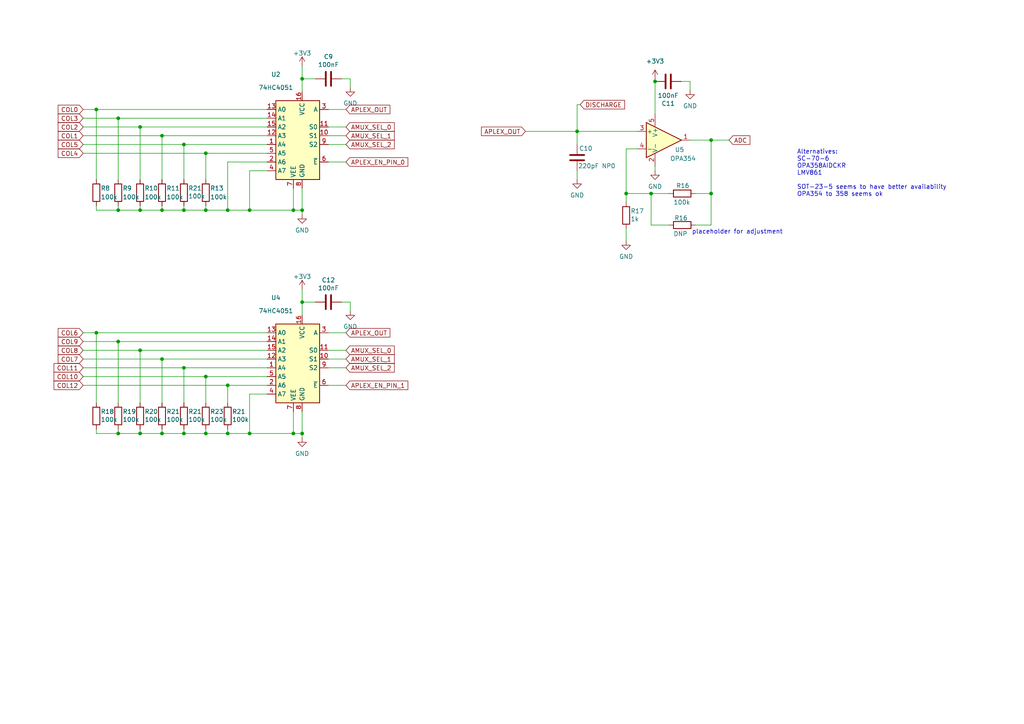
<source format=kicad_sch>
(kicad_sch (version 20230121) (generator eeschema)
  (paper "A4")
  (lib_symbols
    (symbol "74xx:74HC4051"
      (property "Reference" "U" (at -5.08 11.43 0))
      (property "Value" "74HC4051" (at -7.62 -13.97 0))
      (symbol "74HC4051_0_1"
        (rectangle (start -5.08 10.16) (end 7.62 -12.7) (stroke (width 0.254)) (fill (type background)))
      )
      (symbol "74HC4051_1_1"
        (pin passive line (at 10.16 -2.54 180) (length 2.54) (name "A4") (number "1"))
        (pin input line (at -7.62 0 0) (length 2.54) (name "S1") (number "10"))
        (pin input line (at -7.62 2.54 0) (length 2.54) (name "S0") (number "11"))
        (pin passive line (at 10.16 0 180) (length 2.54) (name "A3") (number "12"))
        (pin passive line (at 10.16 7.62 180) (length 2.54) (name "A0") (number "13"))
        (pin passive line (at 10.16 5.08 180) (length 2.54) (name "A1") (number "14"))
        (pin passive line (at 10.16 2.54 180) (length 2.54) (name "A2") (number "15"))
        (pin power_in line (at 0 12.7 270) (length 2.54) (name "VCC") (number "16"))
        (pin passive line (at 10.16 -7.62 180) (length 2.54) (name "A6") (number "2"))
        (pin passive line (at -7.62 7.62 0) (length 2.54) (name "A") (number "3"))
        (pin passive line (at 10.16 -10.16 180) (length 2.54) (name "A7") (number "4"))
        (pin passive line (at 10.16 -5.08 180) (length 2.54) (name "A5") (number "5"))
        (pin input line (at -7.62 -7.62 0) (length 2.54) (name "~{E}") (number "6"))
        (pin power_in line (at 2.54 -15.24 90) (length 2.54) (name "VEE") (number "7"))
        (pin power_in line (at 0 -15.24 90) (length 2.54) (name "GND") (number "8"))
        (pin input line (at -7.62 -2.54 0) (length 2.54) (name "S2") (number "9"))
      )
    )
    (symbol "Amplifier_Operational:OPA340NA" (pin_names (offset 0.127))
      (property "Reference" "U" (at -1.27 6.35 0))
      (property "Value" "OPA340NA" (at -1.27 3.81 0))
      (symbol "OPA340NA_0_1"
        (polyline (pts (xy -5.08 5.08) (xy 5.08 0) (xy -5.08 -5.08) (xy -5.08 5.08)) (stroke (width 0.254)) (fill (type background)))
        (pin power_in line (at -2.54 -7.62 90) (length 3.81) (name "V-") (number "2"))
        (pin power_in line (at -2.54 7.62 270) (length 3.81) (name "V+") (number "5"))
      )
      (symbol "OPA340NA_1_1"
        (pin output line (at 7.62 0 180) (length 2.54) (name "~") (number "1"))
        (pin input line (at -7.62 2.54 0) (length 2.54) (name "+") (number "3"))
        (pin input line (at -7.62 -2.54 0) (length 2.54) (name "-") (number "4"))
      )
    )
    (symbol "Device:C" (pin_numbers hide) (pin_names (offset 0.254))
      (property "Reference" "C" (at 0.635 2.54 0))
      (property "Value" "C" (at 0.635 -2.54 0))
      (symbol "C_0_1"
        (polyline (pts (xy -2.032 -0.762) (xy 2.032 -0.762)) (stroke (width 0.508)))
        (polyline (pts (xy -2.032 0.762) (xy 2.032 0.762)) (stroke (width 0.508)))
      )
      (symbol "C_1_1"
        (pin passive line (at 0 3.81 270) (length 2.794) (name "~") (number "1"))
        (pin passive line (at 0 -3.81 90) (length 2.794) (name "~") (number "2"))
      )
    )
    (symbol "Device:R" (pin_numbers hide) (pin_names (offset 0))
      (property "Reference" "R" (at 2.032 0 90))
      (property "Value" "R" (at 0 0 90))
      (symbol "R_0_1"
        (rectangle (start -1.016 -2.54) (end 1.016 2.54) (stroke (width 0.254)))
      )
      (symbol "R_1_1"
        (pin passive line (at 0 3.81 270) (length 1.27) (name "~") (number "1"))
        (pin passive line (at 0 -3.81 90) (length 1.27) (name "~") (number "2"))
      )
    )
    (symbol "power:+3.3V" (power) (pin_names (offset 0))
      (property "Value" "+3.3V" (at 0 3.556 0))
      (symbol "+3.3V_0_1"
        (polyline (pts (xy -0.762 1.27) (xy 0 2.54)))
        (polyline (pts (xy 0 0) (xy 0 2.54)))
        (polyline (pts (xy 0 2.54) (xy 0.762 1.27)))
      )
      (symbol "+3.3V_1_1"
        (pin power_in line (at 0 0 90) (length 0) hide (name "+3V3") (number "1"))
      )
    )
    (symbol "power:GND" (power) (pin_names (offset 0))
      (property "Value" "GND" (at 0 -3.81 0))
      (symbol "GND_0_1"
        (polyline (pts (xy 0 0) (xy 0 -1.27) (xy 1.27 -1.27) (xy 0 -2.54) (xy -1.27 -1.27) (xy 0 -1.27)))
      )
      (symbol "GND_1_1"
        (pin power_in line (at 0 0 270) (length 0) hide (name "GND") (number "1"))
      )
    )
  )
  (junction (at 53.34 106.68))
  (junction (at 85.09 60.96))
  (junction (at 34.29 60.96))
  (junction (at 59.69 44.45))
  (junction (at 189.992 23.622))
  (junction (at 72.39 125.73))
  (junction (at 40.64 101.6))
  (junction (at 53.34 41.91))
  (junction (at 66.04 60.96))
  (junction (at 46.99 39.37))
  (junction (at 59.69 125.73))
  (junction (at 53.34 125.73))
  (junction (at 46.99 104.14))
  (junction (at 59.69 109.22))
  (junction (at 53.34 60.96))
  (junction (at 40.64 125.73))
  (junction (at 206.248 56.134))
  (junction (at 87.63 87.63))
  (junction (at 167.386 38.1))
  (junction (at 188.849 56.134))
  (junction (at 66.04 111.76))
  (junction (at 87.63 125.73))
  (junction (at 85.09 125.73))
  (junction (at 34.29 99.06))
  (junction (at 40.64 36.83))
  (junction (at 27.94 31.75))
  (junction (at 27.94 96.52))
  (junction (at 46.99 125.73))
  (junction (at 40.64 60.96))
  (junction (at 34.29 125.73))
  (junction (at 72.39 60.96))
  (junction (at 59.69 60.96))
  (junction (at 206.248 40.64))
  (junction (at 66.04 125.73))
  (junction (at 34.29 34.29))
  (junction (at 181.61 56.134))
  (junction (at 87.63 22.86))
  (junction (at 87.63 60.96))
  (junction (at 46.99 60.96))
  (wire (pts (xy 189.992 48.26) (xy 189.992 49.53)))
  (wire (pts (xy 72.39 125.73) (xy 85.09 125.73)))
  (wire (pts (xy 77.47 39.37) (xy 46.99 39.37)))
  (wire (pts (xy 206.248 40.64) (xy 200.152 40.64)))
  (wire (pts (xy 27.94 124.46) (xy 27.94 125.73)))
  (wire (pts (xy 77.47 104.14) (xy 46.99 104.14)))
  (wire (pts (xy 77.47 114.3) (xy 72.39 114.3)))
  (wire (pts (xy 206.248 65.278) (xy 206.248 56.134)))
  (wire (pts (xy 167.386 30.353) (xy 167.386 38.1)))
  (wire (pts (xy 66.04 46.99) (xy 77.47 46.99)))
  (wire (pts (xy 87.63 119.38) (xy 87.63 125.73)))
  (wire (pts (xy 87.63 127) (xy 87.63 125.73)))
  (wire (pts (xy 53.34 106.68) (xy 53.34 116.84)))
  (wire (pts (xy 77.47 109.22) (xy 59.69 109.22)))
  (wire (pts (xy 72.39 60.96) (xy 85.09 60.96)))
  (wire (pts (xy 59.69 60.96) (xy 66.04 60.96)))
  (wire (pts (xy 40.64 52.07) (xy 40.64 36.83)))
  (wire (pts (xy 59.69 52.07) (xy 59.69 44.45)))
  (wire (pts (xy 59.69 44.45) (xy 24.13 44.45)))
  (wire (pts (xy 66.04 111.76) (xy 66.04 116.84)))
  (wire (pts (xy 91.44 87.63) (xy 87.63 87.63)))
  (wire (pts (xy 34.29 34.29) (xy 24.13 34.29)))
  (wire (pts (xy 167.386 30.353) (xy 168.275 30.353)))
  (wire (pts (xy 77.47 36.83) (xy 40.64 36.83)))
  (wire (pts (xy 188.849 65.278) (xy 194.056 65.278)))
  (wire (pts (xy 181.61 56.134) (xy 188.849 56.134)))
  (wire (pts (xy 95.25 39.37) (xy 100.33 39.37)))
  (wire (pts (xy 40.64 116.84) (xy 40.64 101.6)))
  (wire (pts (xy 188.849 56.134) (xy 194.056 56.134)))
  (wire (pts (xy 24.13 96.52) (xy 27.94 96.52)))
  (wire (pts (xy 34.29 124.46) (xy 34.29 125.73)))
  (wire (pts (xy 201.676 65.278) (xy 206.248 65.278)))
  (wire (pts (xy 53.34 41.91) (xy 53.34 52.07)))
  (wire (pts (xy 40.64 59.69) (xy 40.64 60.96)))
  (wire (pts (xy 27.94 59.69) (xy 27.94 60.96)))
  (wire (pts (xy 66.04 46.99) (xy 66.04 60.96)))
  (wire (pts (xy 27.94 52.07) (xy 27.94 31.75)))
  (wire (pts (xy 85.09 54.61) (xy 85.09 60.96)))
  (wire (pts (xy 99.06 22.86) (xy 101.6 22.86)))
  (wire (pts (xy 27.94 31.75) (xy 77.47 31.75)))
  (wire (pts (xy 24.13 41.91) (xy 53.34 41.91)))
  (wire (pts (xy 34.29 60.96) (xy 40.64 60.96)))
  (wire (pts (xy 91.44 22.86) (xy 87.63 22.86)))
  (wire (pts (xy 206.248 40.64) (xy 211.455 40.64)))
  (wire (pts (xy 100.33 46.99) (xy 95.25 46.99)))
  (wire (pts (xy 40.64 60.96) (xy 46.99 60.96)))
  (wire (pts (xy 72.39 114.3) (xy 72.39 125.73)))
  (wire (pts (xy 100.33 31.75) (xy 95.25 31.75)))
  (wire (pts (xy 77.47 41.91) (xy 53.34 41.91)))
  (wire (pts (xy 77.47 106.68) (xy 53.34 106.68)))
  (wire (pts (xy 46.99 39.37) (xy 46.99 52.07)))
  (wire (pts (xy 34.29 99.06) (xy 24.13 99.06)))
  (wire (pts (xy 59.69 59.69) (xy 59.69 60.96)))
  (wire (pts (xy 59.69 116.84) (xy 59.69 109.22)))
  (wire (pts (xy 197.612 23.622) (xy 200.152 23.622)))
  (wire (pts (xy 77.47 101.6) (xy 40.64 101.6)))
  (wire (pts (xy 85.09 60.96) (xy 87.63 60.96)))
  (wire (pts (xy 46.99 39.37) (xy 24.13 39.37)))
  (wire (pts (xy 87.63 54.61) (xy 87.63 60.96)))
  (wire (pts (xy 181.61 56.134) (xy 181.61 58.674)))
  (wire (pts (xy 53.34 60.96) (xy 59.69 60.96)))
  (wire (pts (xy 46.99 124.46) (xy 46.99 125.73)))
  (wire (pts (xy 95.25 36.83) (xy 100.33 36.83)))
  (wire (pts (xy 87.63 62.23) (xy 87.63 60.96)))
  (wire (pts (xy 95.25 41.91) (xy 100.33 41.91)))
  (wire (pts (xy 85.09 119.38) (xy 85.09 125.73)))
  (wire (pts (xy 59.69 109.22) (xy 24.13 109.22)))
  (wire (pts (xy 40.64 125.73) (xy 46.99 125.73)))
  (wire (pts (xy 95.25 104.14) (xy 100.33 104.14)))
  (wire (pts (xy 53.34 124.46) (xy 53.34 125.73)))
  (wire (pts (xy 167.386 49.53) (xy 167.386 52.07)))
  (wire (pts (xy 87.63 83.82) (xy 87.63 87.63)))
  (wire (pts (xy 77.47 34.29) (xy 34.29 34.29)))
  (wire (pts (xy 27.94 116.84) (xy 27.94 96.52)))
  (wire (pts (xy 181.61 66.294) (xy 181.61 69.85)))
  (wire (pts (xy 40.64 124.46) (xy 40.64 125.73)))
  (wire (pts (xy 206.248 40.64) (xy 206.248 56.134)))
  (wire (pts (xy 27.94 60.96) (xy 34.29 60.96)))
  (wire (pts (xy 167.386 38.1) (xy 184.912 38.1)))
  (wire (pts (xy 59.69 124.46) (xy 59.69 125.73)))
  (wire (pts (xy 46.99 104.14) (xy 46.99 116.84)))
  (wire (pts (xy 24.13 111.76) (xy 66.04 111.76)))
  (wire (pts (xy 95.25 106.68) (xy 100.33 106.68)))
  (wire (pts (xy 181.61 43.18) (xy 181.61 56.134)))
  (wire (pts (xy 87.63 87.63) (xy 87.63 91.44)))
  (wire (pts (xy 99.06 87.63) (xy 101.6 87.63)))
  (wire (pts (xy 27.94 96.52) (xy 77.47 96.52)))
  (wire (pts (xy 66.04 124.46) (xy 66.04 125.73)))
  (wire (pts (xy 40.64 101.6) (xy 24.13 101.6)))
  (wire (pts (xy 189.992 23.622) (xy 189.992 33.02)))
  (wire (pts (xy 101.6 22.86) (xy 101.6 25.4)))
  (wire (pts (xy 200.152 23.622) (xy 200.152 26.162)))
  (wire (pts (xy 77.47 99.06) (xy 34.29 99.06)))
  (wire (pts (xy 53.34 59.69) (xy 53.34 60.96)))
  (wire (pts (xy 87.63 22.86) (xy 87.63 26.67)))
  (wire (pts (xy 34.29 116.84) (xy 34.29 99.06)))
  (wire (pts (xy 189.992 22.86) (xy 189.992 23.622)))
  (wire (pts (xy 77.47 49.53) (xy 72.39 49.53)))
  (wire (pts (xy 46.99 125.73) (xy 53.34 125.73)))
  (wire (pts (xy 167.386 38.1) (xy 167.386 41.91)))
  (wire (pts (xy 100.33 111.76) (xy 95.25 111.76)))
  (wire (pts (xy 34.29 59.69) (xy 34.29 60.96)))
  (wire (pts (xy 201.676 56.134) (xy 206.248 56.134)))
  (wire (pts (xy 66.04 60.96) (xy 72.39 60.96)))
  (wire (pts (xy 24.13 106.68) (xy 53.34 106.68)))
  (wire (pts (xy 181.61 43.18) (xy 184.912 43.18)))
  (wire (pts (xy 24.13 31.75) (xy 27.94 31.75)))
  (wire (pts (xy 66.04 111.76) (xy 77.47 111.76)))
  (wire (pts (xy 95.25 101.6) (xy 100.33 101.6)))
  (wire (pts (xy 188.849 65.278) (xy 188.849 56.134)))
  (wire (pts (xy 85.09 125.73) (xy 87.63 125.73)))
  (wire (pts (xy 46.99 59.69) (xy 46.99 60.96)))
  (wire (pts (xy 59.69 125.73) (xy 66.04 125.73)))
  (wire (pts (xy 34.29 125.73) (xy 40.64 125.73)))
  (wire (pts (xy 53.34 125.73) (xy 59.69 125.73)))
  (wire (pts (xy 87.63 19.05) (xy 87.63 22.86)))
  (wire (pts (xy 101.6 87.63) (xy 101.6 90.17)))
  (wire (pts (xy 34.29 52.07) (xy 34.29 34.29)))
  (wire (pts (xy 66.04 125.73) (xy 72.39 125.73)))
  (wire (pts (xy 77.47 44.45) (xy 59.69 44.45)))
  (wire (pts (xy 46.99 104.14) (xy 24.13 104.14)))
  (wire (pts (xy 72.39 49.53) (xy 72.39 60.96)))
  (wire (pts (xy 152.4 38.1) (xy 167.386 38.1)))
  (wire (pts (xy 46.99 60.96) (xy 53.34 60.96)))
  (wire (pts (xy 40.64 36.83) (xy 24.13 36.83)))
  (wire (pts (xy 100.33 96.52) (xy 95.25 96.52)))
  (wire (pts (xy 27.94 125.73) (xy 34.29 125.73)))
  (text "Alternatives:\nSC-70-6  \nOPA358AIDCKR\nLMV861\n\nSOT-23-5 seems to have better availability\nOPA354 to 358 seems ok\n" (at 231.14 57.15 0) (effects (font (size 1.27 1.27)) (justify left bottom)))
  (text "placeholder for adjustment" (at 200.66 68.072 0) (effects (font (size 1.27 1.27)) (justify left bottom)))
  (global_label "APLEX_OUT" (shape input) (at 152.4 38.1 180) (property "Intersheetrefs" "${INTERSHEET_REFS}" (effects hide)))
  (global_label "COL3" (shape input) (at 24.13 34.29 180) (property "Intersheetrefs" "${INTERSHEET_REFS}" (effects hide)))
  (global_label "COL9" (shape input) (at 24.13 99.06 180) (property "Intersheetrefs" "${INTERSHEET_REFS}" (effects hide)))
  (global_label "AMUX_SEL_1" (shape input) (at 100.33 39.37 0) (property "Intersheetrefs" "${INTERSHEET_REFS}" (effects hide)))
  (global_label "COL5" (shape input) (at 24.13 41.91 180) (property "Intersheetrefs" "${INTERSHEET_REFS}" (effects hide)))
  (global_label "COL10" (shape input) (at 24.13 109.22 180) (property "Intersheetrefs" "${INTERSHEET_REFS}" (effects hide)))
  (global_label "AMUX_SEL_0" (shape input) (at 100.33 36.83 0) (property "Intersheetrefs" "${INTERSHEET_REFS}" (effects hide)))
  (global_label "APLEX_OUT" (shape input) (at 100.33 31.75 0) (property "Intersheetrefs" "${INTERSHEET_REFS}" (effects hide)))
  (global_label "APLEX_EN_PIN_1" (shape input) (at 100.33 111.76 0) (property "Intersheetrefs" "${INTERSHEET_REFS}" (effects hide)))
  (global_label "COL8" (shape input) (at 24.13 101.6 180) (property "Intersheetrefs" "${INTERSHEET_REFS}" (effects hide)))
  (global_label "AMUX_SEL_1" (shape input) (at 100.33 104.14 0) (property "Intersheetrefs" "${INTERSHEET_REFS}" (effects hide)))
  (global_label "COL4" (shape input) (at 24.13 44.45 180) (property "Intersheetrefs" "${INTERSHEET_REFS}" (effects hide)))
  (global_label "COL1" (shape input) (at 24.13 39.37 180) (property "Intersheetrefs" "${INTERSHEET_REFS}" (effects hide)))
  (global_label "AMUX_SEL_0" (shape input) (at 100.33 101.6 0) (property "Intersheetrefs" "${INTERSHEET_REFS}" (effects hide)))
  (global_label "AMUX_SEL_2" (shape input) (at 100.33 106.68 0) (property "Intersheetrefs" "${INTERSHEET_REFS}" (effects hide)))
  (global_label "APLEX_EN_PIN_0" (shape input) (at 100.33 46.99 0) (property "Intersheetrefs" "${INTERSHEET_REFS}" (effects hide)))
  (global_label "COL7" (shape input) (at 24.13 104.14 180) (property "Intersheetrefs" "${INTERSHEET_REFS}" (effects hide)))
  (global_label "COL12" (shape input) (at 24.13 111.76 180) (property "Intersheetrefs" "${INTERSHEET_REFS}" (effects hide)))
  (global_label "COL0" (shape input) (at 24.13 31.75 180) (property "Intersheetrefs" "${INTERSHEET_REFS}" (effects hide)))
  (global_label "DISCHARGE" (shape input) (at 168.275 30.353 0) (property "Intersheetrefs" "${INTERSHEET_REFS}" (effects hide)))
  (global_label "COL11" (shape input) (at 24.13 106.68 180) (property "Intersheetrefs" "${INTERSHEET_REFS}" (effects hide)))
  (global_label "ADC" (shape input) (at 211.455 40.64 0) (property "Intersheetrefs" "${INTERSHEET_REFS}" (effects hide)))
  (global_label "COL2" (shape input) (at 24.13 36.83 180) (property "Intersheetrefs" "${INTERSHEET_REFS}" (effects hide)))
  (global_label "AMUX_SEL_2" (shape input) (at 100.33 41.91 0) (property "Intersheetrefs" "${INTERSHEET_REFS}" (effects hide)))
  (global_label "APLEX_OUT" (shape input) (at 100.33 96.52 0) (property "Intersheetrefs" "${INTERSHEET_REFS}" (effects hide)))
  (global_label "COL6" (shape input) (at 24.13 96.52 180) (property "Intersheetrefs" "${INTERSHEET_REFS}" (effects hide)))
  (symbol (lib_id "power:GND") (at 101.6 90.17 0) (unit 1)
    (property "Reference" "#PWR040" (effects hide))
    (property "Value" "GND" (at 101.6 94.7325 0))
    (instances (project "analog" (path "" (reference "#PWR040") (unit 1))) (project "pandemonium EC 2 Layer" (path "" (reference "#PWR042") (unit 1))) (project "ampersand" (path "" (reference "#PWR027") (unit 1))))
  )
  (symbol (lib_id "Device:R") (at 40.64 120.65 0) (unit 1)
    (property "Reference" "R20" (at 41.91 119.38 0) (effects (justify left)))
    (property "Value" "100k" (at 41.91 121.6914 0) (effects (justify left)))
    (property "Footprint" "Resistor_SMD:R_0402_1005Metric" (effects hide))
    (property "LCSC" "C25741" (effects hide))
    (instances (project "analog" (path "" (reference "R20") (unit 1))) (project "pandemonium EC 2 Layer" (path "" (reference "R26") (unit 1))) (project "ampersand" (path "" (reference "R16") (unit 1))))
  )
  (symbol (lib_id "Device:R") (at 66.04 120.65 0) (unit 1)
    (property "Reference" "R21" (at 67.31 119.38 0) (effects (justify left)))
    (property "Value" "100k" (at 67.31 121.6914 0) (effects (justify left)))
    (property "Footprint" "Resistor_SMD:R_0402_1005Metric" (effects hide))
    (property "LCSC" "C25741" (effects hide))
    (instances (project "analog" (path "" (reference "R21") (unit 1))) (project "pandemonium EC 2 Layer" (path "" (reference "R27") (unit 1))) (project "ampersand" (path "" (reference "R20") (unit 1))))
  )
  (symbol (lib_id "power:GND") (at 181.61 69.85 0) (unit 1)
    (property "Reference" "#PWR041" (effects hide))
    (property "Value" "GND" (at 181.61 74.4125 0))
    (instances (project "analog" (path "" (reference "#PWR041") (unit 1))) (project "capybully" (path "" (reference "#PWR023") (unit 1))) (project "le_capybara" (path "" (reference "#PWR032") (unit 1))) (project "pandemonium EC 2 Layer" (path "" (reference "#PWR037") (unit 1))) (project "EC60-Rev_1_1" (path "" (reference "#PWR041") (unit 1))) (project "ampersand" (path "" (reference "#PWR025") (unit 1))))
  )
  (symbol (lib_id "74xx:74HC4051") (at 87.63 104.14 0) (mirror y) (unit 1)
    (property "Reference" "U4" (at 80.01 86.36 0))
    (property "Value" "74HC4051" (at 80.01 90.17 0))
    (property "Footprint" "cipulot_parts:TSSOP16" (effects hide))
    (property "Datasheet" "http://www.ti.com/lit/ds/symlink/cd74hc4051.pdf" (effects hide))
    (property "LCSC" "C5645" (effects hide))
    (instances (project "analog" (path "" (reference "U4") (unit 1))) (project "pandemonium EC 2 Layer" (path "" (reference "U7") (unit 1))) (project "ampersand" (path "" (reference "U5") (unit 1))))
  )
  (symbol (lib_id "power:+3.3V") (at 189.992 22.86 0) (unit 1)
    (property "Reference" "#PWR042" (effects hide))
    (property "Value" "+3.3V" (at 189.992 17.78 0))
    (instances (project "analog" (path "" (reference "#PWR042") (unit 1))) (project "capybully" (path "" (reference "#PWR017") (unit 1))) (project "le_capybara" (path "" (reference "#PWR033") (unit 1))) (project "pandemonium EC 2 Layer" (path "" (reference "#PWR01") (unit 1))) (project "EC60-Rev_1_1" (path "" (reference "#PWR042") (unit 1))) (project "ampersand" (path "" (reference "#PWR019") (unit 1))))
  )
  (symbol (lib_id "power:GND") (at 200.152 26.162 0) (unit 1)
    (property "Reference" "#PWR039" (effects hide))
    (property "Value" "GND" (at 200.152 30.7245 0))
    (instances (project "analog" (path "" (reference "#PWR039") (unit 1))) (project "capybully" (path "" (reference "#PWR018") (unit 1))) (project "le_capybara" (path "" (reference "#PWR030") (unit 1))) (project "pandemonium EC 2 Layer" (path "" (reference "#PWR02") (unit 1))) (project "EC60-Rev_1_1" (path "" (reference "#PWR039") (unit 1))) (project "ampersand" (path "" (reference "#PWR021") (unit 1))))
  )
  (symbol (lib_id "Device:R") (at 53.34 120.65 0) (unit 1)
    (property "Reference" "R21" (at 54.61 119.38 0) (effects (justify left)))
    (property "Value" "100k" (at 54.61 121.6914 0) (effects (justify left)))
    (property "Footprint" "Resistor_SMD:R_0402_1005Metric" (effects hide))
    (property "LCSC" "C25741" (effects hide))
    (instances (project "analog" (path "" (reference "R21") (unit 1))) (project "pandemonium EC 2 Layer" (path "" (reference "R27") (unit 1))) (project "ampersand" (path "" (reference "R19") (unit 1))))
  )
  (symbol (lib_id "Device:R") (at 46.99 120.65 0) (unit 1)
    (property "Reference" "R21" (at 48.26 119.38 0) (effects (justify left)))
    (property "Value" "100k" (at 48.26 121.6914 0) (effects (justify left)))
    (property "Footprint" "Resistor_SMD:R_0402_1005Metric" (effects hide))
    (property "LCSC" "C25741" (effects hide))
    (instances (project "analog" (path "" (reference "R21") (unit 1))) (project "pandemonium EC 2 Layer" (path "" (reference "R27") (unit 1))) (project "ampersand" (path "" (reference "R17") (unit 1))))
  )
  (symbol (lib_id "power:+3.3V") (at 87.63 83.82 0) (unit 1)
    (property "Reference" "#PWR038" (effects hide))
    (property "Value" "+3.3V" (at 87.63 80.2155 0))
    (instances (project "analog" (path "" (reference "#PWR038") (unit 1))) (project "pandemonium EC 2 Layer" (path "" (reference "#PWR041") (unit 1))) (project "ampersand" (path "" (reference "#PWR026") (unit 1))))
  )
  (symbol (lib_id "power:GND") (at 189.992 49.53 0) (unit 1)
    (property "Reference" "#PWR041" (effects hide))
    (property "Value" "GND" (at 189.992 54.0925 0))
    (instances (project "analog" (path "" (reference "#PWR041") (unit 1))) (project "capybully" (path "" (reference "#PWR019") (unit 1))) (project "le_capybara" (path "" (reference "#PWR028") (unit 1))) (project "pandemonium EC 2 Layer" (path "" (reference "#PWR035") (unit 1))) (project "EC60-Rev_1_1" (path "" (reference "#PWR041") (unit 1))) (project "ampersand" (path "" (reference "#PWR022") (unit 1))))
  )
  (symbol (lib_id "power:GND") (at 167.386 52.07 0) (unit 1)
    (property "Reference" "#PWR037" (effects hide))
    (property "Value" "GND" (at 167.386 56.6325 0))
    (instances (project "analog" (path "" (reference "#PWR037") (unit 1))) (project "capybully" (path "" (reference "#PWR020") (unit 1))) (project "le_capybara" (path "" (reference "#PWR029") (unit 1))) (project "pandemonium EC 2 Layer" (path "" (reference "#PWR036") (unit 1))) (project "EC60-Rev_1_1" (path "" (reference "#PWR037") (unit 1))) (project "ampersand" (path "" (reference "#PWR023") (unit 1))))
  )
  (symbol (lib_id "Amplifier_Operational:OPA340NA") (at 192.532 40.64 0) (unit 1)
    (property "Reference" "U5" (at 197.104 43.434 0))
    (property "Value" "OPA354" (at 198.12 45.974 0))
    (property "Footprint" "Package_TO_SOT_SMD:SOT-23-5" (effects hide))
    (property "Datasheet" "https://www.ti.com/general/docs/suppproductinfo.tsp?distId=10&gotoUrl=https%3A%2F%2Fwww.ti.com%2Flit%2Fgpn%2Fopa356" (effects hide))
    (instances (project "capybully" (path "" (reference "U5") (unit 1))) (project "le_capybara" (path "" (reference "U5") (unit 1))) (project "pandemonium EC 2 Layer" (path "" (reference "U5") (unit 1))) (project "ampersand" (path "" (reference "U4") (unit 1))))
  )
  (symbol (lib_id "Device:R") (at 34.29 120.65 0) (unit 1)
    (property "Reference" "R19" (at 35.56 119.38 0) (effects (justify left)))
    (property "Value" "100k" (at 35.56 121.6914 0) (effects (justify left)))
    (property "Footprint" "Resistor_SMD:R_0402_1005Metric" (effects hide))
    (property "LCSC" "C25741" (effects hide))
    (instances (project "analog" (path "" (reference "R19") (unit 1))) (project "pandemonium EC 2 Layer" (path "" (reference "R25") (unit 1))) (project "ampersand" (path "" (reference "R15") (unit 1))))
  )
  (symbol (lib_id "Device:R") (at 34.29 55.88 0) (unit 1)
    (property "Reference" "R9" (at 35.56 54.61 0) (effects (justify left)))
    (property "Value" "100k" (at 35.56 57.15 0) (effects (justify left)))
    (property "Footprint" "Resistor_SMD:R_0402_1005Metric" (effects hide))
    (property "LCSC" "C25741" (effects hide))
    (instances (project "analog" (path "" (reference "R9") (unit 1))) (project "pandemonium EC 2 Layer" (path "" (reference "R17") (unit 1))) (project "ampersand" (path "" (reference "R7") (unit 1))))
  )
  (symbol (lib_id "Device:R") (at 46.99 55.88 0) (unit 1)
    (property "Reference" "R11" (at 48.26 54.61 0) (effects (justify left)))
    (property "Value" "100k" (at 48.26 57.15 0) (effects (justify left)))
    (property "Footprint" "Resistor_SMD:R_0402_1005Metric" (effects hide))
    (property "LCSC" "C25741" (effects hide))
    (instances (project "analog" (path "" (reference "R11") (unit 1))) (project "pandemonium EC 2 Layer" (path "" (reference "R19") (unit 1))) (project "ampersand" (path "" (reference "R9") (unit 1))))
  )
  (symbol (lib_id "Device:R") (at 27.94 55.88 0) (unit 1)
    (property "Reference" "R8" (at 29.21 54.61 0) (effects (justify left)))
    (property "Value" "100k" (at 29.21 57.15 0) (effects (justify left)))
    (property "Footprint" "Resistor_SMD:R_0402_1005Metric" (effects hide))
    (property "LCSC" "C25741" (effects hide))
    (instances (project "analog" (path "" (reference "R8") (unit 1))) (project "pandemonium EC 2 Layer" (path "" (reference "R16") (unit 1))) (project "ampersand" (path "" (reference "R6") (unit 1))))
  )
  (symbol (lib_id "Device:R") (at 59.69 55.88 0) (unit 1)
    (property "Reference" "R13" (at 60.96 54.61 0) (effects (justify left)))
    (property "Value" "100k" (at 60.96 57.15 0) (effects (justify left)))
    (property "Footprint" "Resistor_SMD:R_0402_1005Metric" (effects hide))
    (property "LCSC" "C25741" (effects hide))
    (instances (project "analog" (path "" (reference "R13") (unit 1))) (project "pandemonium EC 2 Layer" (path "" (reference "R21") (unit 1))) (project "ampersand" (path "" (reference "R10") (unit 1))))
  )
  (symbol (lib_id "Device:C") (at 167.386 45.72 0) (unit 1)
    (property "Reference" "C10" (at 169.926 43.053 0))
    (property "Value" "220pF NP0" (at 173.101 48.133 0))
    (property "Footprint" "Capacitor_SMD:C_0402_1005Metric" (effects hide))
    (property "LCSC" "C1530" (effects hide))
    (instances (project "analog" (path "" (reference "C10") (unit 1))) (project "capybully" (path "" (reference "C13") (unit 1))) (project "le_capybara" (path "" (reference "C14") (unit 1))) (project "pandemonium EC 2 Layer" (path "" (reference "C30") (unit 1))) (project "EC60-Rev_1_1" (path "" (reference "C10") (unit 1))) (project "ampersand" (path "" (reference "C13") (unit 1))))
  )
  (symbol (lib_id "74xx:74HC4051") (at 87.63 39.37 0) (mirror y) (unit 1)
    (property "Reference" "U2" (at 80.01 21.59 0))
    (property "Value" "74HC4051" (at 80.01 25.4 0))
    (property "Footprint" "cipulot_parts:TSSOP16" (effects hide))
    (property "Datasheet" "http://www.ti.com/lit/ds/symlink/cd74hc4051.pdf" (effects hide))
    (property "LCSC" "C5645" (effects hide))
    (instances (project "analog" (path "" (reference "U2") (unit 1))) (project "pandemonium EC 2 Layer" (path "" (reference "U6") (unit 1))) (project "ampersand" (path "" (reference "U3") (unit 1))))
  )
  (symbol (lib_id "Device:R") (at 53.34 55.88 0) (unit 1)
    (property "Reference" "R21" (at 54.61 54.61 0) (effects (justify left)))
    (property "Value" "100k" (at 54.61 56.9214 0) (effects (justify left)))
    (property "Footprint" "Resistor_SMD:R_0402_1005Metric" (effects hide))
    (property "LCSC" "C25741" (effects hide))
    (instances (project "analog" (path "" (reference "R21") (unit 1))) (project "pandemonium EC 2 Layer" (path "" (reference "R27") (unit 1))) (project "ampersand" (path "" (reference "R21") (unit 1))))
  )
  (symbol (lib_id "power:GND") (at 101.6 25.4 0) (unit 1)
    (property "Reference" "#PWR034" (effects hide))
    (property "Value" "GND" (at 101.6 29.9625 0))
    (instances (project "analog" (path "" (reference "#PWR034") (unit 1))) (project "pandemonium EC 2 Layer" (path "" (reference "#PWR039") (unit 1))) (project "ampersand" (path "" (reference "#PWR020") (unit 1))))
  )
  (symbol (lib_id "Device:R") (at 59.69 120.65 0) (unit 1)
    (property "Reference" "R23" (at 60.96 119.38 0) (effects (justify left)))
    (property "Value" "100k" (at 60.96 121.6914 0) (effects (justify left)))
    (property "Footprint" "Resistor_SMD:R_0402_1005Metric" (effects hide))
    (property "LCSC" "C25741" (effects hide))
    (instances (project "analog" (path "" (reference "R23") (unit 1))) (project "pandemonium EC 2 Layer" (path "" (reference "R28") (unit 1))) (project "ampersand" (path "" (reference "R18") (unit 1))))
  )
  (symbol (lib_id "Device:C") (at 193.802 23.622 270) (mirror x) (unit 1)
    (property "Reference" "C11" (at 193.802 30.0228 90))
    (property "Value" "100nF" (at 193.802 27.7114 90))
    (property "Footprint" "Capacitor_SMD:C_0402_1005Metric" (effects hide))
    (property "LCSC" "C307331" (effects hide))
    (instances (project "analog" (path "" (reference "C11") (unit 1))) (project "capybully" (path "" (reference "C12") (unit 1))) (project "le_capybara" (path "" (reference "C15") (unit 1))) (project "pandemonium EC 2 Layer" (path "" (reference "C29") (unit 1))) (project "EC60-Rev_1_1" (path "" (reference "C11") (unit 1))) (project "ampersand" (path "" (reference "C12") (unit 1))))
  )
  (symbol (lib_id "power:GND") (at 87.63 127 0) (unit 1)
    (property "Reference" "#PWR043" (effects hide))
    (property "Value" "GND" (at 87.63 131.5625 0))
    (instances (project "analog" (path "" (reference "#PWR043") (unit 1))) (project "pandemonium EC 2 Layer" (path "" (reference "#PWR043") (unit 1))) (project "ampersand" (path "" (reference "#PWR028") (unit 1))))
  )
  (symbol (lib_id "Device:R") (at 27.94 120.65 0) (unit 1)
    (property "Reference" "R18" (at 29.21 119.38 0) (effects (justify left)))
    (property "Value" "100k" (at 29.21 121.6914 0) (effects (justify left)))
    (property "Footprint" "Resistor_SMD:R_0402_1005Metric" (effects hide))
    (property "LCSC" "C25741" (effects hide))
    (instances (project "analog" (path "" (reference "R18") (unit 1))) (project "pandemonium EC 2 Layer" (path "" (reference "R24") (unit 1))) (project "ampersand" (path "" (reference "R14") (unit 1))))
  )
  (symbol (lib_id "power:GND") (at 87.63 62.23 0) (unit 1)
    (property "Reference" "#PWR036" (effects hide))
    (property "Value" "GND" (at 87.63 66.7925 0))
    (instances (project "analog" (path "" (reference "#PWR036") (unit 1))) (project "pandemonium EC 2 Layer" (path "" (reference "#PWR040") (unit 1))) (project "ampersand" (path "" (reference "#PWR024") (unit 1))))
  )
  (symbol (lib_id "Device:R") (at 40.64 55.88 0) (unit 1)
    (property "Reference" "R10" (at 41.91 54.61 0) (effects (justify left)))
    (property "Value" "100k" (at 41.91 57.15 0) (effects (justify left)))
    (property "Footprint" "Resistor_SMD:R_0402_1005Metric" (effects hide))
    (property "LCSC" "C25741" (effects hide))
    (instances (project "analog" (path "" (reference "R10") (unit 1))) (project "pandemonium EC 2 Layer" (path "" (reference "R18") (unit 1))) (project "ampersand" (path "" (reference "R8") (unit 1))))
  )
  (symbol (lib_id "Device:C") (at 95.25 22.86 270) (unit 1)
    (property "Reference" "C9" (at 95.25 16.4592 90))
    (property "Value" "100nF" (at 95.25 18.7706 90))
    (property "Footprint" "Capacitor_SMD:C_0402_1005Metric" (effects hide))
    (property "LCSC" "C307331" (effects hide))
    (instances (project "analog" (path "" (reference "C9") (unit 1))) (project "pandemonium EC 2 Layer" (path "" (reference "C31") (unit 1))) (project "ampersand" (path "" (reference "C11") (unit 1))))
  )
  (symbol (lib_id "Device:R") (at 197.866 65.278 270) (unit 1) (in_bom no)
    (property "Reference" "R16" (at 195.58 63.246 90) (effects (justify left)))
    (property "Value" "DNP" (at 195.326 67.818 90) (effects (justify left)))
    (property "Footprint" "Resistor_SMD:R_0402_1005Metric" (effects hide))
    (instances (project "analog" (path "" (reference "R16") (unit 1))) (project "capybully" (path "" (reference "R17") (unit 1))) (project "le_capybara" (path "" (reference "R18") (unit 1))) (project "pandemonium EC 2 Layer" (path "" (reference "R15") (unit 1))) (project "EC60-Rev_1_1" (path "" (reference "R16") (unit 1))) (project "ampersand" (path "" (reference "R13") (unit 1))))
  )
  (symbol (lib_id "power:+3.3V") (at 87.63 19.05 0) (unit 1)
    (property "Reference" "#PWR033" (effects hide))
    (property "Value" "+3.3V" (at 87.63 15.4455 0))
    (instances (project "analog" (path "" (reference "#PWR033") (unit 1))) (project "pandemonium EC 2 Layer" (path "" (reference "#PWR038") (unit 1))) (project "ampersand" (path "" (reference "#PWR018") (unit 1))))
  )
  (symbol (lib_id "Device:R") (at 197.866 56.134 270) (unit 1)
    (property "Reference" "R16" (at 196.088 53.848 90) (effects (justify left)))
    (property "Value" "100k" (at 195.326 58.674 90) (effects (justify left)))
    (property "Footprint" "Resistor_SMD:R_0402_1005Metric" (effects hide))
    (property "LCSC" "C25741" (effects hide))
    (instances (project "analog" (path "" (reference "R16") (unit 1))) (project "capybully" (path "" (reference "R15") (unit 1))) (project "le_capybara" (path "" (reference "R6") (unit 1))) (project "pandemonium EC 2 Layer" (path "" (reference "R13") (unit 1))) (project "EC60-Rev_1_1" (path "" (reference "R16") (unit 1))) (project "ampersand" (path "" (reference "R11") (unit 1))))
  )
  (symbol (lib_id "Device:C") (at 95.25 87.63 270) (unit 1)
    (property "Reference" "C12" (at 95.25 81.2292 90))
    (property "Value" "100nF" (at 95.25 83.5406 90))
    (property "Footprint" "Capacitor_SMD:C_0402_1005Metric" (effects hide))
    (property "LCSC" "C307331" (effects hide))
    (instances (project "analog" (path "" (reference "C12") (unit 1))) (project "pandemonium EC 2 Layer" (path "" (reference "C32") (unit 1))) (project "ampersand" (path "" (reference "C14") (unit 1))))
  )
  (symbol (lib_id "Device:R") (at 181.61 62.484 0) (unit 1)
    (property "Reference" "R17" (at 182.88 61.214 0) (effects (justify left)))
    (property "Value" "1k" (at 182.88 63.5254 0) (effects (justify left)))
    (property "Footprint" "Resistor_SMD:R_0402_1005Metric" (effects hide))
    (property "LCSC" "C11702" (effects hide))
    (instances (project "analog" (path "" (reference "R17") (unit 1))) (project "capybully" (path "" (reference "R16") (unit 1))) (project "le_capybara" (path "" (reference "R15") (unit 1))) (project "pandemonium EC 2 Layer" (path "" (reference "R14") (unit 1))) (project "EC60-Rev_1_1" (path "" (reference "R17") (unit 1))) (project "ampersand" (path "" (reference "R12") (unit 1))))
  )
)
</source>
